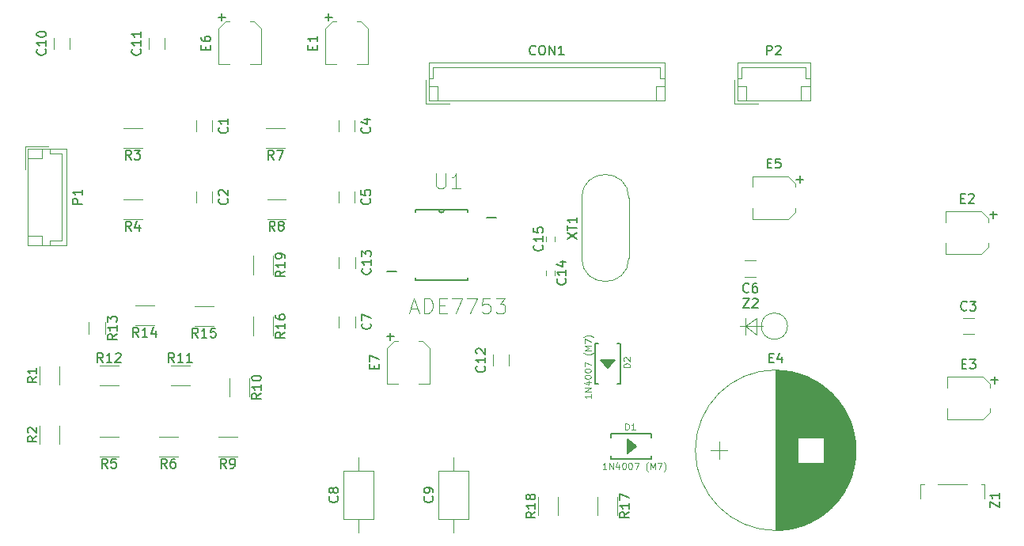
<source format=gto>
G04 #@! TF.FileFunction,Legend,Top*
%FSLAX46Y46*%
G04 Gerber Fmt 4.6, Leading zero omitted, Abs format (unit mm)*
G04 Created by KiCad (PCBNEW 4.0.7-e2-6376~58~ubuntu16.04.1) date Thu Nov 23 09:20:08 2017*
%MOMM*%
%LPD*%
G01*
G04 APERTURE LIST*
%ADD10C,0.100000*%
%ADD11C,0.120000*%
%ADD12C,0.152400*%
%ADD13C,0.127000*%
%ADD14C,0.150000*%
%ADD15C,0.050000*%
G04 APERTURE END LIST*
D10*
D11*
X115161000Y-50193000D02*
X115161000Y-51367000D01*
X113439000Y-50193000D02*
X113439000Y-51367000D01*
X115161000Y-57813000D02*
X115161000Y-58987000D01*
X113439000Y-57813000D02*
X113439000Y-58987000D01*
X195481000Y-71338500D02*
X196655000Y-71338500D01*
X195481000Y-73060500D02*
X196655000Y-73060500D01*
X130401000Y-50193000D02*
X130401000Y-51367000D01*
X128679000Y-50193000D02*
X128679000Y-51367000D01*
X130401000Y-57813000D02*
X130401000Y-58987000D01*
X128679000Y-57813000D02*
X128679000Y-58987000D01*
X173327000Y-66901000D02*
X172153000Y-66901000D01*
X173327000Y-65179000D02*
X172153000Y-65179000D01*
X130464500Y-71148000D02*
X130464500Y-72322000D01*
X128742500Y-71148000D02*
X128742500Y-72322000D01*
X129200000Y-92860000D02*
X132420000Y-92860000D01*
X132420000Y-92860000D02*
X132420000Y-87640000D01*
X132420000Y-87640000D02*
X129200000Y-87640000D01*
X129200000Y-87640000D02*
X129200000Y-92860000D01*
X130810000Y-94270000D02*
X130810000Y-92860000D01*
X130810000Y-86230000D02*
X130810000Y-87640000D01*
X139360000Y-92860000D02*
X142580000Y-92860000D01*
X142580000Y-92860000D02*
X142580000Y-87640000D01*
X142580000Y-87640000D02*
X139360000Y-87640000D01*
X139360000Y-87640000D02*
X139360000Y-92860000D01*
X140970000Y-94270000D02*
X140970000Y-92860000D01*
X140970000Y-86230000D02*
X140970000Y-87640000D01*
X98199000Y-42517000D02*
X98199000Y-41343000D01*
X99921000Y-42517000D02*
X99921000Y-41343000D01*
X108359000Y-42517000D02*
X108359000Y-41343000D01*
X110081000Y-42517000D02*
X110081000Y-41343000D01*
X145189000Y-76426000D02*
X145189000Y-75252000D01*
X146911000Y-76426000D02*
X146911000Y-75252000D01*
X130464500Y-64798000D02*
X130464500Y-65972000D01*
X128742500Y-64798000D02*
X128742500Y-65972000D01*
X151790500Y-66734500D02*
X151790500Y-66234500D01*
X150850500Y-66234500D02*
X150850500Y-66734500D01*
X150914000Y-62615000D02*
X150914000Y-63115000D01*
X151854000Y-63115000D02*
X151854000Y-62615000D01*
X138320000Y-43970000D02*
X138320000Y-48070000D01*
X138320000Y-48070000D02*
X163620000Y-48070000D01*
X163620000Y-48070000D02*
X163620000Y-43970000D01*
X163620000Y-43970000D02*
X138320000Y-43970000D01*
X138320000Y-45720000D02*
X138820000Y-45720000D01*
X138820000Y-45720000D02*
X138820000Y-44470000D01*
X138820000Y-44470000D02*
X163120000Y-44470000D01*
X163120000Y-44470000D02*
X163120000Y-45720000D01*
X163120000Y-45720000D02*
X163620000Y-45720000D01*
X138320000Y-46570000D02*
X139320000Y-46570000D01*
X139320000Y-46570000D02*
X139320000Y-48070000D01*
X163620000Y-46570000D02*
X162620000Y-46570000D01*
X162620000Y-46570000D02*
X162620000Y-48070000D01*
X138020000Y-45870000D02*
X138020000Y-48370000D01*
X138020000Y-48370000D02*
X140520000Y-48370000D01*
X131840000Y-44200000D02*
X130670000Y-44200000D01*
X127270000Y-44200000D02*
X128440000Y-44200000D01*
X128030000Y-39620000D02*
X128440000Y-39620000D01*
X131080000Y-39620000D02*
X130670000Y-39620000D01*
X131840000Y-40390000D02*
X131840000Y-44200000D01*
X131840000Y-40390000D02*
X131080000Y-39620000D01*
X127270000Y-40390000D02*
X127270000Y-44200000D01*
X127270000Y-40390000D02*
X128030000Y-39620000D01*
X193671000Y-64466500D02*
X193671000Y-63296500D01*
X193671000Y-59896500D02*
X193671000Y-61066500D01*
X198251000Y-60656500D02*
X198251000Y-61066500D01*
X198251000Y-63706500D02*
X198251000Y-63296500D01*
X197481000Y-64466500D02*
X193671000Y-64466500D01*
X197481000Y-64466500D02*
X198251000Y-63706500D01*
X197481000Y-59896500D02*
X193671000Y-59896500D01*
X197481000Y-59896500D02*
X198251000Y-60656500D01*
X193798000Y-82183000D02*
X193798000Y-81013000D01*
X193798000Y-77613000D02*
X193798000Y-78783000D01*
X198378000Y-78373000D02*
X198378000Y-78783000D01*
X198378000Y-81423000D02*
X198378000Y-81013000D01*
X197608000Y-82183000D02*
X193798000Y-82183000D01*
X197608000Y-82183000D02*
X198378000Y-81423000D01*
X197608000Y-77613000D02*
X193798000Y-77613000D01*
X197608000Y-77613000D02*
X198378000Y-78373000D01*
X172970000Y-60720000D02*
X172970000Y-59550000D01*
X172970000Y-56150000D02*
X172970000Y-57320000D01*
X177550000Y-56910000D02*
X177550000Y-57320000D01*
X177550000Y-59960000D02*
X177550000Y-59550000D01*
X176780000Y-60720000D02*
X172970000Y-60720000D01*
X176780000Y-60720000D02*
X177550000Y-59960000D01*
X176780000Y-56150000D02*
X172970000Y-56150000D01*
X176780000Y-56150000D02*
X177550000Y-56910000D01*
X120410000Y-44200000D02*
X119240000Y-44200000D01*
X115840000Y-44200000D02*
X117010000Y-44200000D01*
X116600000Y-39620000D02*
X117010000Y-39620000D01*
X119650000Y-39620000D02*
X119240000Y-39620000D01*
X120410000Y-40390000D02*
X120410000Y-44200000D01*
X120410000Y-40390000D02*
X119650000Y-39620000D01*
X115840000Y-40390000D02*
X115840000Y-44200000D01*
X115840000Y-40390000D02*
X116600000Y-39620000D01*
X138444000Y-78363000D02*
X137274000Y-78363000D01*
X133874000Y-78363000D02*
X135044000Y-78363000D01*
X134634000Y-73783000D02*
X135044000Y-73783000D01*
X137684000Y-73783000D02*
X137274000Y-73783000D01*
X138444000Y-74553000D02*
X138444000Y-78363000D01*
X138444000Y-74553000D02*
X137684000Y-73783000D01*
X133874000Y-74553000D02*
X133874000Y-78363000D01*
X133874000Y-74553000D02*
X134634000Y-73783000D01*
X99540000Y-53230000D02*
X95440000Y-53230000D01*
X95440000Y-53230000D02*
X95440000Y-63530000D01*
X95440000Y-63530000D02*
X99540000Y-63530000D01*
X99540000Y-63530000D02*
X99540000Y-53230000D01*
X97790000Y-53230000D02*
X97790000Y-53730000D01*
X97790000Y-53730000D02*
X99040000Y-53730000D01*
X99040000Y-53730000D02*
X99040000Y-63030000D01*
X99040000Y-63030000D02*
X97790000Y-63030000D01*
X97790000Y-63030000D02*
X97790000Y-63530000D01*
X96940000Y-53230000D02*
X96940000Y-54230000D01*
X96940000Y-54230000D02*
X95440000Y-54230000D01*
X96940000Y-63530000D02*
X96940000Y-62530000D01*
X96940000Y-62530000D02*
X95440000Y-62530000D01*
X97640000Y-52930000D02*
X95140000Y-52930000D01*
X95140000Y-52930000D02*
X95140000Y-55430000D01*
X171340000Y-43970000D02*
X171340000Y-48070000D01*
X171340000Y-48070000D02*
X179140000Y-48070000D01*
X179140000Y-48070000D02*
X179140000Y-43970000D01*
X179140000Y-43970000D02*
X171340000Y-43970000D01*
X171340000Y-45720000D02*
X171840000Y-45720000D01*
X171840000Y-45720000D02*
X171840000Y-44470000D01*
X171840000Y-44470000D02*
X178640000Y-44470000D01*
X178640000Y-44470000D02*
X178640000Y-45720000D01*
X178640000Y-45720000D02*
X179140000Y-45720000D01*
X171340000Y-46570000D02*
X172340000Y-46570000D01*
X172340000Y-46570000D02*
X172340000Y-48070000D01*
X179140000Y-46570000D02*
X178140000Y-46570000D01*
X178140000Y-46570000D02*
X178140000Y-48070000D01*
X171040000Y-45870000D02*
X171040000Y-48370000D01*
X171040000Y-48370000D02*
X173540000Y-48370000D01*
X98860000Y-76470000D02*
X98860000Y-78470000D01*
X96720000Y-78470000D02*
X96720000Y-76470000D01*
X98860000Y-82820000D02*
X98860000Y-84820000D01*
X96720000Y-84820000D02*
X96720000Y-82820000D01*
X105680000Y-51000000D02*
X107680000Y-51000000D01*
X107680000Y-53140000D02*
X105680000Y-53140000D01*
X105680000Y-58620000D02*
X107680000Y-58620000D01*
X107680000Y-60760000D02*
X105680000Y-60760000D01*
X103140000Y-84020000D02*
X105140000Y-84020000D01*
X105140000Y-86160000D02*
X103140000Y-86160000D01*
X109490000Y-84020000D02*
X111490000Y-84020000D01*
X111490000Y-86160000D02*
X109490000Y-86160000D01*
X120920000Y-51000000D02*
X122920000Y-51000000D01*
X122920000Y-53140000D02*
X120920000Y-53140000D01*
X121047000Y-58620000D02*
X123047000Y-58620000D01*
X123047000Y-60760000D02*
X121047000Y-60760000D01*
X115840000Y-84020000D02*
X117840000Y-84020000D01*
X117840000Y-86160000D02*
X115840000Y-86160000D01*
X117040000Y-79740000D02*
X117040000Y-77740000D01*
X119180000Y-77740000D02*
X119180000Y-79740000D01*
X112760000Y-78540000D02*
X110760000Y-78540000D01*
X110760000Y-76400000D02*
X112760000Y-76400000D01*
X105140000Y-78540000D02*
X103140000Y-78540000D01*
X103140000Y-76400000D02*
X105140000Y-76400000D01*
X101990000Y-72990000D02*
X101990000Y-71790000D01*
X103750000Y-71790000D02*
X103750000Y-72990000D01*
X106950000Y-69986500D02*
X108950000Y-69986500D01*
X108950000Y-72126500D02*
X106950000Y-72126500D01*
X113300000Y-70050000D02*
X115300000Y-70050000D01*
X115300000Y-72190000D02*
X113300000Y-72190000D01*
X119580000Y-73199500D02*
X119580000Y-71199500D01*
X121720000Y-71199500D02*
X121720000Y-73199500D01*
X156410000Y-92440000D02*
X156410000Y-90440000D01*
X158550000Y-90440000D02*
X158550000Y-92440000D01*
X152200000Y-90440000D02*
X152200000Y-92440000D01*
X150060000Y-92440000D02*
X150060000Y-90440000D01*
X119580000Y-66659000D02*
X119580000Y-64659000D01*
X121720000Y-64659000D02*
X121720000Y-66659000D01*
D12*
X144500600Y-60553600D02*
X145516600Y-60553600D01*
X133908800Y-66370200D02*
X134924800Y-66370200D01*
X142494000Y-60020200D02*
X142494000Y-59740800D01*
X136906000Y-66979800D02*
X136906000Y-67259200D01*
X136906000Y-67259200D02*
X142494000Y-67259200D01*
X142494000Y-67259200D02*
X142494000Y-66979800D01*
X142494000Y-59740800D02*
X140004800Y-59740800D01*
X140004800Y-59740800D02*
X139395200Y-59740800D01*
X139395200Y-59740800D02*
X136906000Y-59740800D01*
X136906000Y-59740800D02*
X136906000Y-60020200D01*
X140004800Y-59740800D02*
G75*
G02X139395200Y-59740800I-304800J0D01*
G01*
D11*
X154701000Y-64895000D02*
X154701000Y-58495000D01*
X159751000Y-64895000D02*
X159751000Y-58495000D01*
X159751000Y-64895000D02*
G75*
G02X154701000Y-64895000I-2525000J0D01*
G01*
X159751000Y-58495000D02*
G75*
G03X154701000Y-58495000I-2525000J0D01*
G01*
X197423500Y-89101500D02*
X197773500Y-89101500D01*
X197773500Y-89101500D02*
X197773500Y-90601500D01*
X192773500Y-89101500D02*
X195973500Y-89101500D01*
X190973500Y-90601500D02*
X190973500Y-89101500D01*
X190973500Y-89101500D02*
X191373500Y-89101500D01*
X171653500Y-72199500D02*
X174123500Y-72199500D01*
X172190833Y-71310500D02*
X172190833Y-73088500D01*
X172190833Y-72199500D02*
X173376167Y-71310500D01*
X173376167Y-71310500D02*
X173376167Y-73088500D01*
X173376167Y-73088500D02*
X172190833Y-72199500D01*
X176733500Y-72199500D02*
G75*
G03X176733500Y-72199500I-1410000J0D01*
G01*
X184044000Y-85471000D02*
G75*
G03X184044000Y-85471000I-8590000J0D01*
G01*
X175454000Y-76921000D02*
X175454000Y-94021000D01*
X175494000Y-76921000D02*
X175494000Y-94021000D01*
X175534000Y-76921000D02*
X175534000Y-94021000D01*
X175574000Y-76921000D02*
X175574000Y-94021000D01*
X175614000Y-76922000D02*
X175614000Y-94020000D01*
X175654000Y-76923000D02*
X175654000Y-94019000D01*
X175694000Y-76924000D02*
X175694000Y-94018000D01*
X175734000Y-76925000D02*
X175734000Y-94017000D01*
X175774000Y-76926000D02*
X175774000Y-94016000D01*
X175814000Y-76928000D02*
X175814000Y-94014000D01*
X175854000Y-76930000D02*
X175854000Y-94012000D01*
X175894000Y-76932000D02*
X175894000Y-94010000D01*
X175934000Y-76934000D02*
X175934000Y-94008000D01*
X175974000Y-76936000D02*
X175974000Y-94006000D01*
X176014000Y-76939000D02*
X176014000Y-94003000D01*
X176054000Y-76941000D02*
X176054000Y-94001000D01*
X176094000Y-76944000D02*
X176094000Y-93998000D01*
X176134000Y-76947000D02*
X176134000Y-93995000D01*
X176175000Y-76951000D02*
X176175000Y-93991000D01*
X176215000Y-76954000D02*
X176215000Y-93988000D01*
X176255000Y-76958000D02*
X176255000Y-93984000D01*
X176295000Y-76962000D02*
X176295000Y-93980000D01*
X176335000Y-76966000D02*
X176335000Y-93976000D01*
X176375000Y-76970000D02*
X176375000Y-93972000D01*
X176415000Y-76974000D02*
X176415000Y-93968000D01*
X176455000Y-76979000D02*
X176455000Y-93963000D01*
X176495000Y-76984000D02*
X176495000Y-93958000D01*
X176535000Y-76989000D02*
X176535000Y-93953000D01*
X176575000Y-76994000D02*
X176575000Y-93948000D01*
X176615000Y-76999000D02*
X176615000Y-93943000D01*
X176655000Y-77005000D02*
X176655000Y-93937000D01*
X176695000Y-77010000D02*
X176695000Y-93932000D01*
X176735000Y-77016000D02*
X176735000Y-93926000D01*
X176775000Y-77023000D02*
X176775000Y-93919000D01*
X176815000Y-77029000D02*
X176815000Y-93913000D01*
X176855000Y-77035000D02*
X176855000Y-93907000D01*
X176895000Y-77042000D02*
X176895000Y-93900000D01*
X176935000Y-77049000D02*
X176935000Y-93893000D01*
X176975000Y-77056000D02*
X176975000Y-93886000D01*
X177015000Y-77063000D02*
X177015000Y-93879000D01*
X177055000Y-77071000D02*
X177055000Y-93871000D01*
X177095000Y-77079000D02*
X177095000Y-93863000D01*
X177135000Y-77086000D02*
X177135000Y-93856000D01*
X177175000Y-77094000D02*
X177175000Y-93848000D01*
X177215000Y-77103000D02*
X177215000Y-93839000D01*
X177255000Y-77111000D02*
X177255000Y-93831000D01*
X177295000Y-77120000D02*
X177295000Y-93822000D01*
X177335000Y-77129000D02*
X177335000Y-93813000D01*
X177375000Y-77138000D02*
X177375000Y-93804000D01*
X177415000Y-77147000D02*
X177415000Y-93795000D01*
X177455000Y-77157000D02*
X177455000Y-93785000D01*
X177495000Y-77166000D02*
X177495000Y-93776000D01*
X177535000Y-77176000D02*
X177535000Y-93766000D01*
X177575000Y-77186000D02*
X177575000Y-93756000D01*
X177615000Y-77197000D02*
X177615000Y-93745000D01*
X177655000Y-77207000D02*
X177655000Y-93735000D01*
X177695000Y-77218000D02*
X177695000Y-93724000D01*
X177735000Y-77229000D02*
X177735000Y-93713000D01*
X177775000Y-77240000D02*
X177775000Y-93702000D01*
X177815000Y-77251000D02*
X177815000Y-93691000D01*
X177855000Y-77263000D02*
X177855000Y-84091000D01*
X177855000Y-86851000D02*
X177855000Y-93679000D01*
X177895000Y-77274000D02*
X177895000Y-84091000D01*
X177895000Y-86851000D02*
X177895000Y-93668000D01*
X177935000Y-77286000D02*
X177935000Y-84091000D01*
X177935000Y-86851000D02*
X177935000Y-93656000D01*
X177975000Y-77298000D02*
X177975000Y-84091000D01*
X177975000Y-86851000D02*
X177975000Y-93644000D01*
X178015000Y-77311000D02*
X178015000Y-84091000D01*
X178015000Y-86851000D02*
X178015000Y-93631000D01*
X178055000Y-77323000D02*
X178055000Y-84091000D01*
X178055000Y-86851000D02*
X178055000Y-93619000D01*
X178095000Y-77336000D02*
X178095000Y-84091000D01*
X178095000Y-86851000D02*
X178095000Y-93606000D01*
X178135000Y-77349000D02*
X178135000Y-84091000D01*
X178135000Y-86851000D02*
X178135000Y-93593000D01*
X178175000Y-77363000D02*
X178175000Y-84091000D01*
X178175000Y-86851000D02*
X178175000Y-93579000D01*
X178215000Y-77376000D02*
X178215000Y-84091000D01*
X178215000Y-86851000D02*
X178215000Y-93566000D01*
X178255000Y-77390000D02*
X178255000Y-84091000D01*
X178255000Y-86851000D02*
X178255000Y-93552000D01*
X178295000Y-77404000D02*
X178295000Y-84091000D01*
X178295000Y-86851000D02*
X178295000Y-93538000D01*
X178335000Y-77418000D02*
X178335000Y-84091000D01*
X178335000Y-86851000D02*
X178335000Y-93524000D01*
X178375000Y-77432000D02*
X178375000Y-84091000D01*
X178375000Y-86851000D02*
X178375000Y-93510000D01*
X178415000Y-77447000D02*
X178415000Y-84091000D01*
X178415000Y-86851000D02*
X178415000Y-93495000D01*
X178455000Y-77461000D02*
X178455000Y-84091000D01*
X178455000Y-86851000D02*
X178455000Y-93481000D01*
X178495000Y-77476000D02*
X178495000Y-84091000D01*
X178495000Y-86851000D02*
X178495000Y-93466000D01*
X178535000Y-77492000D02*
X178535000Y-84091000D01*
X178535000Y-86851000D02*
X178535000Y-93450000D01*
X178575000Y-77507000D02*
X178575000Y-84091000D01*
X178575000Y-86851000D02*
X178575000Y-93435000D01*
X178615000Y-77523000D02*
X178615000Y-84091000D01*
X178615000Y-86851000D02*
X178615000Y-93419000D01*
X178655000Y-77539000D02*
X178655000Y-84091000D01*
X178655000Y-86851000D02*
X178655000Y-93403000D01*
X178695000Y-77555000D02*
X178695000Y-84091000D01*
X178695000Y-86851000D02*
X178695000Y-93387000D01*
X178735000Y-77571000D02*
X178735000Y-84091000D01*
X178735000Y-86851000D02*
X178735000Y-93371000D01*
X178775000Y-77588000D02*
X178775000Y-84091000D01*
X178775000Y-86851000D02*
X178775000Y-93354000D01*
X178815000Y-77605000D02*
X178815000Y-84091000D01*
X178815000Y-86851000D02*
X178815000Y-93337000D01*
X178855000Y-77622000D02*
X178855000Y-84091000D01*
X178855000Y-86851000D02*
X178855000Y-93320000D01*
X178895000Y-77639000D02*
X178895000Y-84091000D01*
X178895000Y-86851000D02*
X178895000Y-93303000D01*
X178935000Y-77657000D02*
X178935000Y-84091000D01*
X178935000Y-86851000D02*
X178935000Y-93285000D01*
X178975000Y-77675000D02*
X178975000Y-84091000D01*
X178975000Y-86851000D02*
X178975000Y-93267000D01*
X179015000Y-77693000D02*
X179015000Y-84091000D01*
X179015000Y-86851000D02*
X179015000Y-93249000D01*
X179055000Y-77711000D02*
X179055000Y-84091000D01*
X179055000Y-86851000D02*
X179055000Y-93231000D01*
X179095000Y-77730000D02*
X179095000Y-84091000D01*
X179095000Y-86851000D02*
X179095000Y-93212000D01*
X179135000Y-77749000D02*
X179135000Y-84091000D01*
X179135000Y-86851000D02*
X179135000Y-93193000D01*
X179175000Y-77768000D02*
X179175000Y-84091000D01*
X179175000Y-86851000D02*
X179175000Y-93174000D01*
X179215000Y-77787000D02*
X179215000Y-84091000D01*
X179215000Y-86851000D02*
X179215000Y-93155000D01*
X179255000Y-77807000D02*
X179255000Y-84091000D01*
X179255000Y-86851000D02*
X179255000Y-93135000D01*
X179295000Y-77827000D02*
X179295000Y-84091000D01*
X179295000Y-86851000D02*
X179295000Y-93115000D01*
X179335000Y-77847000D02*
X179335000Y-84091000D01*
X179335000Y-86851000D02*
X179335000Y-93095000D01*
X179375000Y-77867000D02*
X179375000Y-84091000D01*
X179375000Y-86851000D02*
X179375000Y-93075000D01*
X179415000Y-77888000D02*
X179415000Y-84091000D01*
X179415000Y-86851000D02*
X179415000Y-93054000D01*
X179455000Y-77909000D02*
X179455000Y-84091000D01*
X179455000Y-86851000D02*
X179455000Y-93033000D01*
X179495000Y-77930000D02*
X179495000Y-84091000D01*
X179495000Y-86851000D02*
X179495000Y-93012000D01*
X179535000Y-77951000D02*
X179535000Y-84091000D01*
X179535000Y-86851000D02*
X179535000Y-92991000D01*
X179575000Y-77973000D02*
X179575000Y-84091000D01*
X179575000Y-86851000D02*
X179575000Y-92969000D01*
X179615000Y-77995000D02*
X179615000Y-84091000D01*
X179615000Y-86851000D02*
X179615000Y-92947000D01*
X179655000Y-78017000D02*
X179655000Y-84091000D01*
X179655000Y-86851000D02*
X179655000Y-92925000D01*
X179695000Y-78040000D02*
X179695000Y-84091000D01*
X179695000Y-86851000D02*
X179695000Y-92902000D01*
X179735000Y-78063000D02*
X179735000Y-84091000D01*
X179735000Y-86851000D02*
X179735000Y-92879000D01*
X179775000Y-78086000D02*
X179775000Y-84091000D01*
X179775000Y-86851000D02*
X179775000Y-92856000D01*
X179815000Y-78109000D02*
X179815000Y-84091000D01*
X179815000Y-86851000D02*
X179815000Y-92833000D01*
X179855000Y-78133000D02*
X179855000Y-84091000D01*
X179855000Y-86851000D02*
X179855000Y-92809000D01*
X179895000Y-78157000D02*
X179895000Y-84091000D01*
X179895000Y-86851000D02*
X179895000Y-92785000D01*
X179935000Y-78181000D02*
X179935000Y-84091000D01*
X179935000Y-86851000D02*
X179935000Y-92761000D01*
X179975000Y-78206000D02*
X179975000Y-84091000D01*
X179975000Y-86851000D02*
X179975000Y-92736000D01*
X180015000Y-78231000D02*
X180015000Y-84091000D01*
X180015000Y-86851000D02*
X180015000Y-92711000D01*
X180055000Y-78256000D02*
X180055000Y-84091000D01*
X180055000Y-86851000D02*
X180055000Y-92686000D01*
X180095000Y-78281000D02*
X180095000Y-84091000D01*
X180095000Y-86851000D02*
X180095000Y-92661000D01*
X180135000Y-78307000D02*
X180135000Y-84091000D01*
X180135000Y-86851000D02*
X180135000Y-92635000D01*
X180175000Y-78333000D02*
X180175000Y-84091000D01*
X180175000Y-86851000D02*
X180175000Y-92609000D01*
X180215000Y-78360000D02*
X180215000Y-84091000D01*
X180215000Y-86851000D02*
X180215000Y-92582000D01*
X180255000Y-78387000D02*
X180255000Y-84091000D01*
X180255000Y-86851000D02*
X180255000Y-92555000D01*
X180295000Y-78414000D02*
X180295000Y-84091000D01*
X180295000Y-86851000D02*
X180295000Y-92528000D01*
X180335000Y-78441000D02*
X180335000Y-84091000D01*
X180335000Y-86851000D02*
X180335000Y-92501000D01*
X180375000Y-78469000D02*
X180375000Y-84091000D01*
X180375000Y-86851000D02*
X180375000Y-92473000D01*
X180415000Y-78497000D02*
X180415000Y-84091000D01*
X180415000Y-86851000D02*
X180415000Y-92445000D01*
X180455000Y-78526000D02*
X180455000Y-84091000D01*
X180455000Y-86851000D02*
X180455000Y-92416000D01*
X180495000Y-78554000D02*
X180495000Y-84091000D01*
X180495000Y-86851000D02*
X180495000Y-92388000D01*
X180535000Y-78584000D02*
X180535000Y-84091000D01*
X180535000Y-86851000D02*
X180535000Y-92358000D01*
X180575000Y-78613000D02*
X180575000Y-84091000D01*
X180575000Y-86851000D02*
X180575000Y-92329000D01*
X180615000Y-78643000D02*
X180615000Y-92299000D01*
X180655000Y-78673000D02*
X180655000Y-92269000D01*
X180695000Y-78704000D02*
X180695000Y-92238000D01*
X180735000Y-78735000D02*
X180735000Y-92207000D01*
X180775000Y-78766000D02*
X180775000Y-92176000D01*
X180815000Y-78798000D02*
X180815000Y-92144000D01*
X180855000Y-78830000D02*
X180855000Y-92112000D01*
X180895000Y-78863000D02*
X180895000Y-92079000D01*
X180935000Y-78896000D02*
X180935000Y-92046000D01*
X180975000Y-78929000D02*
X180975000Y-92013000D01*
X181015000Y-78963000D02*
X181015000Y-91979000D01*
X181055000Y-78997000D02*
X181055000Y-91945000D01*
X181095000Y-79031000D02*
X181095000Y-91911000D01*
X181135000Y-79066000D02*
X181135000Y-91876000D01*
X181175000Y-79102000D02*
X181175000Y-91840000D01*
X181215000Y-79138000D02*
X181215000Y-91804000D01*
X181255000Y-79174000D02*
X181255000Y-91768000D01*
X181295000Y-79211000D02*
X181295000Y-91731000D01*
X181335000Y-79248000D02*
X181335000Y-91694000D01*
X181375000Y-79286000D02*
X181375000Y-91656000D01*
X181415000Y-79325000D02*
X181415000Y-91617000D01*
X181455000Y-79363000D02*
X181455000Y-91579000D01*
X181495000Y-79403000D02*
X181495000Y-91539000D01*
X181535000Y-79442000D02*
X181535000Y-91500000D01*
X181575000Y-79483000D02*
X181575000Y-91459000D01*
X181615000Y-79524000D02*
X181615000Y-91418000D01*
X181655000Y-79565000D02*
X181655000Y-91377000D01*
X181695000Y-79607000D02*
X181695000Y-91335000D01*
X181735000Y-79650000D02*
X181735000Y-91292000D01*
X181775000Y-79693000D02*
X181775000Y-91249000D01*
X181815000Y-79737000D02*
X181815000Y-91205000D01*
X181855000Y-79781000D02*
X181855000Y-91161000D01*
X181895000Y-79826000D02*
X181895000Y-91116000D01*
X181935000Y-79872000D02*
X181935000Y-91070000D01*
X181975000Y-79918000D02*
X181975000Y-91024000D01*
X182015000Y-79965000D02*
X182015000Y-90977000D01*
X182055000Y-80012000D02*
X182055000Y-90930000D01*
X182095000Y-80061000D02*
X182095000Y-90881000D01*
X182135000Y-80110000D02*
X182135000Y-90832000D01*
X182175000Y-80160000D02*
X182175000Y-90782000D01*
X182215000Y-80210000D02*
X182215000Y-90732000D01*
X182255000Y-80262000D02*
X182255000Y-90680000D01*
X182295000Y-80314000D02*
X182295000Y-90628000D01*
X182335000Y-80367000D02*
X182335000Y-90575000D01*
X182375000Y-80421000D02*
X182375000Y-90521000D01*
X182415000Y-80476000D02*
X182415000Y-90466000D01*
X182455000Y-80532000D02*
X182455000Y-90410000D01*
X182495000Y-80588000D02*
X182495000Y-90354000D01*
X182535000Y-80646000D02*
X182535000Y-90296000D01*
X182575000Y-80705000D02*
X182575000Y-90237000D01*
X182615000Y-80765000D02*
X182615000Y-90177000D01*
X182655000Y-80826000D02*
X182655000Y-90116000D01*
X182695000Y-80888000D02*
X182695000Y-90054000D01*
X182735000Y-80951000D02*
X182735000Y-89991000D01*
X182775000Y-81015000D02*
X182775000Y-89927000D01*
X182815000Y-81081000D02*
X182815000Y-89861000D01*
X182855000Y-81148000D02*
X182855000Y-89794000D01*
X182895000Y-81217000D02*
X182895000Y-89725000D01*
X182935000Y-81287000D02*
X182935000Y-89655000D01*
X182975000Y-81359000D02*
X182975000Y-89583000D01*
X183015000Y-81432000D02*
X183015000Y-89510000D01*
X183055000Y-81507000D02*
X183055000Y-89435000D01*
X183095000Y-81584000D02*
X183095000Y-89358000D01*
X183135000Y-81663000D02*
X183135000Y-89279000D01*
X183175000Y-81744000D02*
X183175000Y-89198000D01*
X183215000Y-81827000D02*
X183215000Y-89115000D01*
X183255000Y-81912000D02*
X183255000Y-89030000D01*
X183295000Y-82000000D02*
X183295000Y-88942000D01*
X183335000Y-82091000D02*
X183335000Y-88851000D01*
X183375000Y-82185000D02*
X183375000Y-88757000D01*
X183415000Y-82281000D02*
X183415000Y-88661000D01*
X183455000Y-82382000D02*
X183455000Y-88560000D01*
X183495000Y-82486000D02*
X183495000Y-88456000D01*
X183535000Y-82595000D02*
X183535000Y-88347000D01*
X183575000Y-82708000D02*
X183575000Y-88234000D01*
X183615000Y-82827000D02*
X183615000Y-88115000D01*
X183654000Y-82952000D02*
X183654000Y-87990000D01*
X183694000Y-83083000D02*
X183694000Y-87859000D01*
X183734000Y-83224000D02*
X183734000Y-87718000D01*
X183774000Y-83374000D02*
X183774000Y-87568000D01*
X183814000Y-83536000D02*
X183814000Y-87406000D01*
X183854000Y-83714000D02*
X183854000Y-87228000D01*
X183894000Y-83912000D02*
X183894000Y-87030000D01*
X183934000Y-84140000D02*
X183934000Y-86802000D01*
X183974000Y-84416000D02*
X183974000Y-86526000D01*
X184014000Y-84793000D02*
X184014000Y-86149000D01*
X168504000Y-85471000D02*
X170304000Y-85471000D01*
X169404000Y-84571000D02*
X169404000Y-86371000D01*
D13*
G36*
X158242000Y-75819000D02*
X157480000Y-76708000D01*
X156718000Y-75819000D01*
X158242000Y-75819000D01*
G37*
X158242000Y-75819000D02*
X157480000Y-76708000D01*
X156718000Y-75819000D01*
X158242000Y-75819000D01*
X158830000Y-74055000D02*
X158830000Y-78345000D01*
X156130000Y-78345000D02*
X156130000Y-74055000D01*
X158780000Y-78350000D02*
X158480000Y-78350000D01*
X156180000Y-78350000D02*
X156480000Y-78350000D01*
X156180000Y-74050000D02*
X156480000Y-74050000D01*
X158780000Y-74050000D02*
X158480000Y-74050000D01*
G36*
X159639000Y-84328000D02*
X160528000Y-85090000D01*
X159639000Y-85852000D01*
X159639000Y-84328000D01*
G37*
X159639000Y-84328000D02*
X160528000Y-85090000D01*
X159639000Y-85852000D01*
X159639000Y-84328000D01*
X157875000Y-83740000D02*
X162165000Y-83740000D01*
X162165000Y-86440000D02*
X157875000Y-86440000D01*
X162170000Y-83790000D02*
X162170000Y-84090000D01*
X162170000Y-86390000D02*
X162170000Y-86090000D01*
X157870000Y-86390000D02*
X157870000Y-86090000D01*
X157870000Y-83790000D02*
X157870000Y-84090000D01*
D14*
X116767143Y-50946666D02*
X116814762Y-50994285D01*
X116862381Y-51137142D01*
X116862381Y-51232380D01*
X116814762Y-51375238D01*
X116719524Y-51470476D01*
X116624286Y-51518095D01*
X116433810Y-51565714D01*
X116290952Y-51565714D01*
X116100476Y-51518095D01*
X116005238Y-51470476D01*
X115910000Y-51375238D01*
X115862381Y-51232380D01*
X115862381Y-51137142D01*
X115910000Y-50994285D01*
X115957619Y-50946666D01*
X116862381Y-49994285D02*
X116862381Y-50565714D01*
X116862381Y-50280000D02*
X115862381Y-50280000D01*
X116005238Y-50375238D01*
X116100476Y-50470476D01*
X116148095Y-50565714D01*
X116767143Y-58566666D02*
X116814762Y-58614285D01*
X116862381Y-58757142D01*
X116862381Y-58852380D01*
X116814762Y-58995238D01*
X116719524Y-59090476D01*
X116624286Y-59138095D01*
X116433810Y-59185714D01*
X116290952Y-59185714D01*
X116100476Y-59138095D01*
X116005238Y-59090476D01*
X115910000Y-58995238D01*
X115862381Y-58852380D01*
X115862381Y-58757142D01*
X115910000Y-58614285D01*
X115957619Y-58566666D01*
X115957619Y-58185714D02*
X115910000Y-58138095D01*
X115862381Y-58042857D01*
X115862381Y-57804761D01*
X115910000Y-57709523D01*
X115957619Y-57661904D01*
X116052857Y-57614285D01*
X116148095Y-57614285D01*
X116290952Y-57661904D01*
X116862381Y-58233333D01*
X116862381Y-57614285D01*
X195901334Y-70446643D02*
X195853715Y-70494262D01*
X195710858Y-70541881D01*
X195615620Y-70541881D01*
X195472762Y-70494262D01*
X195377524Y-70399024D01*
X195329905Y-70303786D01*
X195282286Y-70113310D01*
X195282286Y-69970452D01*
X195329905Y-69779976D01*
X195377524Y-69684738D01*
X195472762Y-69589500D01*
X195615620Y-69541881D01*
X195710858Y-69541881D01*
X195853715Y-69589500D01*
X195901334Y-69637119D01*
X196234667Y-69541881D02*
X196853715Y-69541881D01*
X196520381Y-69922833D01*
X196663239Y-69922833D01*
X196758477Y-69970452D01*
X196806096Y-70018071D01*
X196853715Y-70113310D01*
X196853715Y-70351405D01*
X196806096Y-70446643D01*
X196758477Y-70494262D01*
X196663239Y-70541881D01*
X196377524Y-70541881D01*
X196282286Y-70494262D01*
X196234667Y-70446643D01*
X132007143Y-50946666D02*
X132054762Y-50994285D01*
X132102381Y-51137142D01*
X132102381Y-51232380D01*
X132054762Y-51375238D01*
X131959524Y-51470476D01*
X131864286Y-51518095D01*
X131673810Y-51565714D01*
X131530952Y-51565714D01*
X131340476Y-51518095D01*
X131245238Y-51470476D01*
X131150000Y-51375238D01*
X131102381Y-51232380D01*
X131102381Y-51137142D01*
X131150000Y-50994285D01*
X131197619Y-50946666D01*
X131435714Y-50089523D02*
X132102381Y-50089523D01*
X131054762Y-50327619D02*
X131769048Y-50565714D01*
X131769048Y-49946666D01*
X132007143Y-58566666D02*
X132054762Y-58614285D01*
X132102381Y-58757142D01*
X132102381Y-58852380D01*
X132054762Y-58995238D01*
X131959524Y-59090476D01*
X131864286Y-59138095D01*
X131673810Y-59185714D01*
X131530952Y-59185714D01*
X131340476Y-59138095D01*
X131245238Y-59090476D01*
X131150000Y-58995238D01*
X131102381Y-58852380D01*
X131102381Y-58757142D01*
X131150000Y-58614285D01*
X131197619Y-58566666D01*
X131102381Y-57661904D02*
X131102381Y-58138095D01*
X131578571Y-58185714D01*
X131530952Y-58138095D01*
X131483333Y-58042857D01*
X131483333Y-57804761D01*
X131530952Y-57709523D01*
X131578571Y-57661904D01*
X131673810Y-57614285D01*
X131911905Y-57614285D01*
X132007143Y-57661904D01*
X132054762Y-57709523D01*
X132102381Y-57804761D01*
X132102381Y-58042857D01*
X132054762Y-58138095D01*
X132007143Y-58185714D01*
X172573334Y-68507143D02*
X172525715Y-68554762D01*
X172382858Y-68602381D01*
X172287620Y-68602381D01*
X172144762Y-68554762D01*
X172049524Y-68459524D01*
X172001905Y-68364286D01*
X171954286Y-68173810D01*
X171954286Y-68030952D01*
X172001905Y-67840476D01*
X172049524Y-67745238D01*
X172144762Y-67650000D01*
X172287620Y-67602381D01*
X172382858Y-67602381D01*
X172525715Y-67650000D01*
X172573334Y-67697619D01*
X173430477Y-67602381D02*
X173240000Y-67602381D01*
X173144762Y-67650000D01*
X173097143Y-67697619D01*
X173001905Y-67840476D01*
X172954286Y-68030952D01*
X172954286Y-68411905D01*
X173001905Y-68507143D01*
X173049524Y-68554762D01*
X173144762Y-68602381D01*
X173335239Y-68602381D01*
X173430477Y-68554762D01*
X173478096Y-68507143D01*
X173525715Y-68411905D01*
X173525715Y-68173810D01*
X173478096Y-68078571D01*
X173430477Y-68030952D01*
X173335239Y-67983333D01*
X173144762Y-67983333D01*
X173049524Y-68030952D01*
X173001905Y-68078571D01*
X172954286Y-68173810D01*
X132070643Y-71901666D02*
X132118262Y-71949285D01*
X132165881Y-72092142D01*
X132165881Y-72187380D01*
X132118262Y-72330238D01*
X132023024Y-72425476D01*
X131927786Y-72473095D01*
X131737310Y-72520714D01*
X131594452Y-72520714D01*
X131403976Y-72473095D01*
X131308738Y-72425476D01*
X131213500Y-72330238D01*
X131165881Y-72187380D01*
X131165881Y-72092142D01*
X131213500Y-71949285D01*
X131261119Y-71901666D01*
X131165881Y-71568333D02*
X131165881Y-70901666D01*
X132165881Y-71330238D01*
X128557143Y-90416666D02*
X128604762Y-90464285D01*
X128652381Y-90607142D01*
X128652381Y-90702380D01*
X128604762Y-90845238D01*
X128509524Y-90940476D01*
X128414286Y-90988095D01*
X128223810Y-91035714D01*
X128080952Y-91035714D01*
X127890476Y-90988095D01*
X127795238Y-90940476D01*
X127700000Y-90845238D01*
X127652381Y-90702380D01*
X127652381Y-90607142D01*
X127700000Y-90464285D01*
X127747619Y-90416666D01*
X128080952Y-89845238D02*
X128033333Y-89940476D01*
X127985714Y-89988095D01*
X127890476Y-90035714D01*
X127842857Y-90035714D01*
X127747619Y-89988095D01*
X127700000Y-89940476D01*
X127652381Y-89845238D01*
X127652381Y-89654761D01*
X127700000Y-89559523D01*
X127747619Y-89511904D01*
X127842857Y-89464285D01*
X127890476Y-89464285D01*
X127985714Y-89511904D01*
X128033333Y-89559523D01*
X128080952Y-89654761D01*
X128080952Y-89845238D01*
X128128571Y-89940476D01*
X128176190Y-89988095D01*
X128271429Y-90035714D01*
X128461905Y-90035714D01*
X128557143Y-89988095D01*
X128604762Y-89940476D01*
X128652381Y-89845238D01*
X128652381Y-89654761D01*
X128604762Y-89559523D01*
X128557143Y-89511904D01*
X128461905Y-89464285D01*
X128271429Y-89464285D01*
X128176190Y-89511904D01*
X128128571Y-89559523D01*
X128080952Y-89654761D01*
X138717143Y-90416666D02*
X138764762Y-90464285D01*
X138812381Y-90607142D01*
X138812381Y-90702380D01*
X138764762Y-90845238D01*
X138669524Y-90940476D01*
X138574286Y-90988095D01*
X138383810Y-91035714D01*
X138240952Y-91035714D01*
X138050476Y-90988095D01*
X137955238Y-90940476D01*
X137860000Y-90845238D01*
X137812381Y-90702380D01*
X137812381Y-90607142D01*
X137860000Y-90464285D01*
X137907619Y-90416666D01*
X138812381Y-89940476D02*
X138812381Y-89750000D01*
X138764762Y-89654761D01*
X138717143Y-89607142D01*
X138574286Y-89511904D01*
X138383810Y-89464285D01*
X138002857Y-89464285D01*
X137907619Y-89511904D01*
X137860000Y-89559523D01*
X137812381Y-89654761D01*
X137812381Y-89845238D01*
X137860000Y-89940476D01*
X137907619Y-89988095D01*
X138002857Y-90035714D01*
X138240952Y-90035714D01*
X138336190Y-89988095D01*
X138383810Y-89940476D01*
X138431429Y-89845238D01*
X138431429Y-89654761D01*
X138383810Y-89559523D01*
X138336190Y-89511904D01*
X138240952Y-89464285D01*
X97307143Y-42572857D02*
X97354762Y-42620476D01*
X97402381Y-42763333D01*
X97402381Y-42858571D01*
X97354762Y-43001429D01*
X97259524Y-43096667D01*
X97164286Y-43144286D01*
X96973810Y-43191905D01*
X96830952Y-43191905D01*
X96640476Y-43144286D01*
X96545238Y-43096667D01*
X96450000Y-43001429D01*
X96402381Y-42858571D01*
X96402381Y-42763333D01*
X96450000Y-42620476D01*
X96497619Y-42572857D01*
X97402381Y-41620476D02*
X97402381Y-42191905D01*
X97402381Y-41906191D02*
X96402381Y-41906191D01*
X96545238Y-42001429D01*
X96640476Y-42096667D01*
X96688095Y-42191905D01*
X96402381Y-41001429D02*
X96402381Y-40906190D01*
X96450000Y-40810952D01*
X96497619Y-40763333D01*
X96592857Y-40715714D01*
X96783333Y-40668095D01*
X97021429Y-40668095D01*
X97211905Y-40715714D01*
X97307143Y-40763333D01*
X97354762Y-40810952D01*
X97402381Y-40906190D01*
X97402381Y-41001429D01*
X97354762Y-41096667D01*
X97307143Y-41144286D01*
X97211905Y-41191905D01*
X97021429Y-41239524D01*
X96783333Y-41239524D01*
X96592857Y-41191905D01*
X96497619Y-41144286D01*
X96450000Y-41096667D01*
X96402381Y-41001429D01*
X107467143Y-42572857D02*
X107514762Y-42620476D01*
X107562381Y-42763333D01*
X107562381Y-42858571D01*
X107514762Y-43001429D01*
X107419524Y-43096667D01*
X107324286Y-43144286D01*
X107133810Y-43191905D01*
X106990952Y-43191905D01*
X106800476Y-43144286D01*
X106705238Y-43096667D01*
X106610000Y-43001429D01*
X106562381Y-42858571D01*
X106562381Y-42763333D01*
X106610000Y-42620476D01*
X106657619Y-42572857D01*
X107562381Y-41620476D02*
X107562381Y-42191905D01*
X107562381Y-41906191D02*
X106562381Y-41906191D01*
X106705238Y-42001429D01*
X106800476Y-42096667D01*
X106848095Y-42191905D01*
X107562381Y-40668095D02*
X107562381Y-41239524D01*
X107562381Y-40953810D02*
X106562381Y-40953810D01*
X106705238Y-41049048D01*
X106800476Y-41144286D01*
X106848095Y-41239524D01*
X144297143Y-76481857D02*
X144344762Y-76529476D01*
X144392381Y-76672333D01*
X144392381Y-76767571D01*
X144344762Y-76910429D01*
X144249524Y-77005667D01*
X144154286Y-77053286D01*
X143963810Y-77100905D01*
X143820952Y-77100905D01*
X143630476Y-77053286D01*
X143535238Y-77005667D01*
X143440000Y-76910429D01*
X143392381Y-76767571D01*
X143392381Y-76672333D01*
X143440000Y-76529476D01*
X143487619Y-76481857D01*
X144392381Y-75529476D02*
X144392381Y-76100905D01*
X144392381Y-75815191D02*
X143392381Y-75815191D01*
X143535238Y-75910429D01*
X143630476Y-76005667D01*
X143678095Y-76100905D01*
X143487619Y-75148524D02*
X143440000Y-75100905D01*
X143392381Y-75005667D01*
X143392381Y-74767571D01*
X143440000Y-74672333D01*
X143487619Y-74624714D01*
X143582857Y-74577095D01*
X143678095Y-74577095D01*
X143820952Y-74624714D01*
X144392381Y-75196143D01*
X144392381Y-74577095D01*
X132070643Y-66027857D02*
X132118262Y-66075476D01*
X132165881Y-66218333D01*
X132165881Y-66313571D01*
X132118262Y-66456429D01*
X132023024Y-66551667D01*
X131927786Y-66599286D01*
X131737310Y-66646905D01*
X131594452Y-66646905D01*
X131403976Y-66599286D01*
X131308738Y-66551667D01*
X131213500Y-66456429D01*
X131165881Y-66313571D01*
X131165881Y-66218333D01*
X131213500Y-66075476D01*
X131261119Y-66027857D01*
X132165881Y-65075476D02*
X132165881Y-65646905D01*
X132165881Y-65361191D02*
X131165881Y-65361191D01*
X131308738Y-65456429D01*
X131403976Y-65551667D01*
X131451595Y-65646905D01*
X131165881Y-64742143D02*
X131165881Y-64123095D01*
X131546833Y-64456429D01*
X131546833Y-64313571D01*
X131594452Y-64218333D01*
X131642071Y-64170714D01*
X131737310Y-64123095D01*
X131975405Y-64123095D01*
X132070643Y-64170714D01*
X132118262Y-64218333D01*
X132165881Y-64313571D01*
X132165881Y-64599286D01*
X132118262Y-64694524D01*
X132070643Y-64742143D01*
X152947643Y-67127357D02*
X152995262Y-67174976D01*
X153042881Y-67317833D01*
X153042881Y-67413071D01*
X152995262Y-67555929D01*
X152900024Y-67651167D01*
X152804786Y-67698786D01*
X152614310Y-67746405D01*
X152471452Y-67746405D01*
X152280976Y-67698786D01*
X152185738Y-67651167D01*
X152090500Y-67555929D01*
X152042881Y-67413071D01*
X152042881Y-67317833D01*
X152090500Y-67174976D01*
X152138119Y-67127357D01*
X153042881Y-66174976D02*
X153042881Y-66746405D01*
X153042881Y-66460691D02*
X152042881Y-66460691D01*
X152185738Y-66555929D01*
X152280976Y-66651167D01*
X152328595Y-66746405D01*
X152376214Y-65317833D02*
X153042881Y-65317833D01*
X151995262Y-65555929D02*
X152709548Y-65794024D01*
X152709548Y-65174976D01*
X150471143Y-63507857D02*
X150518762Y-63555476D01*
X150566381Y-63698333D01*
X150566381Y-63793571D01*
X150518762Y-63936429D01*
X150423524Y-64031667D01*
X150328286Y-64079286D01*
X150137810Y-64126905D01*
X149994952Y-64126905D01*
X149804476Y-64079286D01*
X149709238Y-64031667D01*
X149614000Y-63936429D01*
X149566381Y-63793571D01*
X149566381Y-63698333D01*
X149614000Y-63555476D01*
X149661619Y-63507857D01*
X150566381Y-62555476D02*
X150566381Y-63126905D01*
X150566381Y-62841191D02*
X149566381Y-62841191D01*
X149709238Y-62936429D01*
X149804476Y-63031667D01*
X149852095Y-63126905D01*
X149566381Y-61650714D02*
X149566381Y-62126905D01*
X150042571Y-62174524D01*
X149994952Y-62126905D01*
X149947333Y-62031667D01*
X149947333Y-61793571D01*
X149994952Y-61698333D01*
X150042571Y-61650714D01*
X150137810Y-61603095D01*
X150375905Y-61603095D01*
X150471143Y-61650714D01*
X150518762Y-61698333D01*
X150566381Y-61793571D01*
X150566381Y-62031667D01*
X150518762Y-62126905D01*
X150471143Y-62174524D01*
X149755715Y-43077143D02*
X149708096Y-43124762D01*
X149565239Y-43172381D01*
X149470001Y-43172381D01*
X149327143Y-43124762D01*
X149231905Y-43029524D01*
X149184286Y-42934286D01*
X149136667Y-42743810D01*
X149136667Y-42600952D01*
X149184286Y-42410476D01*
X149231905Y-42315238D01*
X149327143Y-42220000D01*
X149470001Y-42172381D01*
X149565239Y-42172381D01*
X149708096Y-42220000D01*
X149755715Y-42267619D01*
X150374762Y-42172381D02*
X150565239Y-42172381D01*
X150660477Y-42220000D01*
X150755715Y-42315238D01*
X150803334Y-42505714D01*
X150803334Y-42839048D01*
X150755715Y-43029524D01*
X150660477Y-43124762D01*
X150565239Y-43172381D01*
X150374762Y-43172381D01*
X150279524Y-43124762D01*
X150184286Y-43029524D01*
X150136667Y-42839048D01*
X150136667Y-42505714D01*
X150184286Y-42315238D01*
X150279524Y-42220000D01*
X150374762Y-42172381D01*
X151231905Y-43172381D02*
X151231905Y-42172381D01*
X151803334Y-43172381D01*
X151803334Y-42172381D01*
X152803334Y-43172381D02*
X152231905Y-43172381D01*
X152517619Y-43172381D02*
X152517619Y-42172381D01*
X152422381Y-42315238D01*
X152327143Y-42410476D01*
X152231905Y-42458095D01*
X125888571Y-42600476D02*
X125888571Y-42267142D01*
X126412381Y-42124285D02*
X126412381Y-42600476D01*
X125412381Y-42600476D01*
X125412381Y-42124285D01*
X126412381Y-41171904D02*
X126412381Y-41743333D01*
X126412381Y-41457619D02*
X125412381Y-41457619D01*
X125555238Y-41552857D01*
X125650476Y-41648095D01*
X125698095Y-41743333D01*
X127621429Y-39510952D02*
X127621429Y-38749047D01*
X128002381Y-39129999D02*
X127240476Y-39129999D01*
X195270524Y-58515071D02*
X195603858Y-58515071D01*
X195746715Y-59038881D02*
X195270524Y-59038881D01*
X195270524Y-58038881D01*
X195746715Y-58038881D01*
X196127667Y-58134119D02*
X196175286Y-58086500D01*
X196270524Y-58038881D01*
X196508620Y-58038881D01*
X196603858Y-58086500D01*
X196651477Y-58134119D01*
X196699096Y-58229357D01*
X196699096Y-58324595D01*
X196651477Y-58467452D01*
X196080048Y-59038881D01*
X196699096Y-59038881D01*
X198360048Y-60247929D02*
X199121953Y-60247929D01*
X198741001Y-60628881D02*
X198741001Y-59866976D01*
X195397524Y-76231571D02*
X195730858Y-76231571D01*
X195873715Y-76755381D02*
X195397524Y-76755381D01*
X195397524Y-75755381D01*
X195873715Y-75755381D01*
X196207048Y-75755381D02*
X196826096Y-75755381D01*
X196492762Y-76136333D01*
X196635620Y-76136333D01*
X196730858Y-76183952D01*
X196778477Y-76231571D01*
X196826096Y-76326810D01*
X196826096Y-76564905D01*
X196778477Y-76660143D01*
X196730858Y-76707762D01*
X196635620Y-76755381D01*
X196349905Y-76755381D01*
X196254667Y-76707762D01*
X196207048Y-76660143D01*
X198487048Y-77964429D02*
X199248953Y-77964429D01*
X198868001Y-78345381D02*
X198868001Y-77583476D01*
X174569524Y-54768571D02*
X174902858Y-54768571D01*
X175045715Y-55292381D02*
X174569524Y-55292381D01*
X174569524Y-54292381D01*
X175045715Y-54292381D01*
X175950477Y-54292381D02*
X175474286Y-54292381D01*
X175426667Y-54768571D01*
X175474286Y-54720952D01*
X175569524Y-54673333D01*
X175807620Y-54673333D01*
X175902858Y-54720952D01*
X175950477Y-54768571D01*
X175998096Y-54863810D01*
X175998096Y-55101905D01*
X175950477Y-55197143D01*
X175902858Y-55244762D01*
X175807620Y-55292381D01*
X175569524Y-55292381D01*
X175474286Y-55244762D01*
X175426667Y-55197143D01*
X177659048Y-56501429D02*
X178420953Y-56501429D01*
X178040001Y-56882381D02*
X178040001Y-56120476D01*
X114458571Y-42600476D02*
X114458571Y-42267142D01*
X114982381Y-42124285D02*
X114982381Y-42600476D01*
X113982381Y-42600476D01*
X113982381Y-42124285D01*
X113982381Y-41267142D02*
X113982381Y-41457619D01*
X114030000Y-41552857D01*
X114077619Y-41600476D01*
X114220476Y-41695714D01*
X114410952Y-41743333D01*
X114791905Y-41743333D01*
X114887143Y-41695714D01*
X114934762Y-41648095D01*
X114982381Y-41552857D01*
X114982381Y-41362380D01*
X114934762Y-41267142D01*
X114887143Y-41219523D01*
X114791905Y-41171904D01*
X114553810Y-41171904D01*
X114458571Y-41219523D01*
X114410952Y-41267142D01*
X114363333Y-41362380D01*
X114363333Y-41552857D01*
X114410952Y-41648095D01*
X114458571Y-41695714D01*
X114553810Y-41743333D01*
X116191429Y-39510952D02*
X116191429Y-38749047D01*
X116572381Y-39129999D02*
X115810476Y-39129999D01*
X132492571Y-76763476D02*
X132492571Y-76430142D01*
X133016381Y-76287285D02*
X133016381Y-76763476D01*
X132016381Y-76763476D01*
X132016381Y-76287285D01*
X132016381Y-75953952D02*
X132016381Y-75287285D01*
X133016381Y-75715857D01*
X134225429Y-73673952D02*
X134225429Y-72912047D01*
X134606381Y-73292999D02*
X133844476Y-73292999D01*
X101242381Y-59118095D02*
X100242381Y-59118095D01*
X100242381Y-58737142D01*
X100290000Y-58641904D01*
X100337619Y-58594285D01*
X100432857Y-58546666D01*
X100575714Y-58546666D01*
X100670952Y-58594285D01*
X100718571Y-58641904D01*
X100766190Y-58737142D01*
X100766190Y-59118095D01*
X101242381Y-57594285D02*
X101242381Y-58165714D01*
X101242381Y-57880000D02*
X100242381Y-57880000D01*
X100385238Y-57975238D01*
X100480476Y-58070476D01*
X100528095Y-58165714D01*
X174501905Y-43172381D02*
X174501905Y-42172381D01*
X174882858Y-42172381D01*
X174978096Y-42220000D01*
X175025715Y-42267619D01*
X175073334Y-42362857D01*
X175073334Y-42505714D01*
X175025715Y-42600952D01*
X174978096Y-42648571D01*
X174882858Y-42696190D01*
X174501905Y-42696190D01*
X175454286Y-42267619D02*
X175501905Y-42220000D01*
X175597143Y-42172381D01*
X175835239Y-42172381D01*
X175930477Y-42220000D01*
X175978096Y-42267619D01*
X176025715Y-42362857D01*
X176025715Y-42458095D01*
X175978096Y-42600952D01*
X175406667Y-43172381D01*
X176025715Y-43172381D01*
X96392381Y-77636666D02*
X95916190Y-77970000D01*
X96392381Y-78208095D02*
X95392381Y-78208095D01*
X95392381Y-77827142D01*
X95440000Y-77731904D01*
X95487619Y-77684285D01*
X95582857Y-77636666D01*
X95725714Y-77636666D01*
X95820952Y-77684285D01*
X95868571Y-77731904D01*
X95916190Y-77827142D01*
X95916190Y-78208095D01*
X96392381Y-76684285D02*
X96392381Y-77255714D01*
X96392381Y-76970000D02*
X95392381Y-76970000D01*
X95535238Y-77065238D01*
X95630476Y-77160476D01*
X95678095Y-77255714D01*
X96392381Y-83986666D02*
X95916190Y-84320000D01*
X96392381Y-84558095D02*
X95392381Y-84558095D01*
X95392381Y-84177142D01*
X95440000Y-84081904D01*
X95487619Y-84034285D01*
X95582857Y-83986666D01*
X95725714Y-83986666D01*
X95820952Y-84034285D01*
X95868571Y-84081904D01*
X95916190Y-84177142D01*
X95916190Y-84558095D01*
X95487619Y-83605714D02*
X95440000Y-83558095D01*
X95392381Y-83462857D01*
X95392381Y-83224761D01*
X95440000Y-83129523D01*
X95487619Y-83081904D01*
X95582857Y-83034285D01*
X95678095Y-83034285D01*
X95820952Y-83081904D01*
X96392381Y-83653333D01*
X96392381Y-83034285D01*
X106513334Y-54372381D02*
X106180000Y-53896190D01*
X105941905Y-54372381D02*
X105941905Y-53372381D01*
X106322858Y-53372381D01*
X106418096Y-53420000D01*
X106465715Y-53467619D01*
X106513334Y-53562857D01*
X106513334Y-53705714D01*
X106465715Y-53800952D01*
X106418096Y-53848571D01*
X106322858Y-53896190D01*
X105941905Y-53896190D01*
X106846667Y-53372381D02*
X107465715Y-53372381D01*
X107132381Y-53753333D01*
X107275239Y-53753333D01*
X107370477Y-53800952D01*
X107418096Y-53848571D01*
X107465715Y-53943810D01*
X107465715Y-54181905D01*
X107418096Y-54277143D01*
X107370477Y-54324762D01*
X107275239Y-54372381D01*
X106989524Y-54372381D01*
X106894286Y-54324762D01*
X106846667Y-54277143D01*
X106513334Y-61992381D02*
X106180000Y-61516190D01*
X105941905Y-61992381D02*
X105941905Y-60992381D01*
X106322858Y-60992381D01*
X106418096Y-61040000D01*
X106465715Y-61087619D01*
X106513334Y-61182857D01*
X106513334Y-61325714D01*
X106465715Y-61420952D01*
X106418096Y-61468571D01*
X106322858Y-61516190D01*
X105941905Y-61516190D01*
X107370477Y-61325714D02*
X107370477Y-61992381D01*
X107132381Y-60944762D02*
X106894286Y-61659048D01*
X107513334Y-61659048D01*
X103973334Y-87392381D02*
X103640000Y-86916190D01*
X103401905Y-87392381D02*
X103401905Y-86392381D01*
X103782858Y-86392381D01*
X103878096Y-86440000D01*
X103925715Y-86487619D01*
X103973334Y-86582857D01*
X103973334Y-86725714D01*
X103925715Y-86820952D01*
X103878096Y-86868571D01*
X103782858Y-86916190D01*
X103401905Y-86916190D01*
X104878096Y-86392381D02*
X104401905Y-86392381D01*
X104354286Y-86868571D01*
X104401905Y-86820952D01*
X104497143Y-86773333D01*
X104735239Y-86773333D01*
X104830477Y-86820952D01*
X104878096Y-86868571D01*
X104925715Y-86963810D01*
X104925715Y-87201905D01*
X104878096Y-87297143D01*
X104830477Y-87344762D01*
X104735239Y-87392381D01*
X104497143Y-87392381D01*
X104401905Y-87344762D01*
X104354286Y-87297143D01*
X110323334Y-87392381D02*
X109990000Y-86916190D01*
X109751905Y-87392381D02*
X109751905Y-86392381D01*
X110132858Y-86392381D01*
X110228096Y-86440000D01*
X110275715Y-86487619D01*
X110323334Y-86582857D01*
X110323334Y-86725714D01*
X110275715Y-86820952D01*
X110228096Y-86868571D01*
X110132858Y-86916190D01*
X109751905Y-86916190D01*
X111180477Y-86392381D02*
X110990000Y-86392381D01*
X110894762Y-86440000D01*
X110847143Y-86487619D01*
X110751905Y-86630476D01*
X110704286Y-86820952D01*
X110704286Y-87201905D01*
X110751905Y-87297143D01*
X110799524Y-87344762D01*
X110894762Y-87392381D01*
X111085239Y-87392381D01*
X111180477Y-87344762D01*
X111228096Y-87297143D01*
X111275715Y-87201905D01*
X111275715Y-86963810D01*
X111228096Y-86868571D01*
X111180477Y-86820952D01*
X111085239Y-86773333D01*
X110894762Y-86773333D01*
X110799524Y-86820952D01*
X110751905Y-86868571D01*
X110704286Y-86963810D01*
X121753334Y-54372381D02*
X121420000Y-53896190D01*
X121181905Y-54372381D02*
X121181905Y-53372381D01*
X121562858Y-53372381D01*
X121658096Y-53420000D01*
X121705715Y-53467619D01*
X121753334Y-53562857D01*
X121753334Y-53705714D01*
X121705715Y-53800952D01*
X121658096Y-53848571D01*
X121562858Y-53896190D01*
X121181905Y-53896190D01*
X122086667Y-53372381D02*
X122753334Y-53372381D01*
X122324762Y-54372381D01*
X121880334Y-61992381D02*
X121547000Y-61516190D01*
X121308905Y-61992381D02*
X121308905Y-60992381D01*
X121689858Y-60992381D01*
X121785096Y-61040000D01*
X121832715Y-61087619D01*
X121880334Y-61182857D01*
X121880334Y-61325714D01*
X121832715Y-61420952D01*
X121785096Y-61468571D01*
X121689858Y-61516190D01*
X121308905Y-61516190D01*
X122451762Y-61420952D02*
X122356524Y-61373333D01*
X122308905Y-61325714D01*
X122261286Y-61230476D01*
X122261286Y-61182857D01*
X122308905Y-61087619D01*
X122356524Y-61040000D01*
X122451762Y-60992381D01*
X122642239Y-60992381D01*
X122737477Y-61040000D01*
X122785096Y-61087619D01*
X122832715Y-61182857D01*
X122832715Y-61230476D01*
X122785096Y-61325714D01*
X122737477Y-61373333D01*
X122642239Y-61420952D01*
X122451762Y-61420952D01*
X122356524Y-61468571D01*
X122308905Y-61516190D01*
X122261286Y-61611429D01*
X122261286Y-61801905D01*
X122308905Y-61897143D01*
X122356524Y-61944762D01*
X122451762Y-61992381D01*
X122642239Y-61992381D01*
X122737477Y-61944762D01*
X122785096Y-61897143D01*
X122832715Y-61801905D01*
X122832715Y-61611429D01*
X122785096Y-61516190D01*
X122737477Y-61468571D01*
X122642239Y-61420952D01*
X116673334Y-87392381D02*
X116340000Y-86916190D01*
X116101905Y-87392381D02*
X116101905Y-86392381D01*
X116482858Y-86392381D01*
X116578096Y-86440000D01*
X116625715Y-86487619D01*
X116673334Y-86582857D01*
X116673334Y-86725714D01*
X116625715Y-86820952D01*
X116578096Y-86868571D01*
X116482858Y-86916190D01*
X116101905Y-86916190D01*
X117149524Y-87392381D02*
X117340000Y-87392381D01*
X117435239Y-87344762D01*
X117482858Y-87297143D01*
X117578096Y-87154286D01*
X117625715Y-86963810D01*
X117625715Y-86582857D01*
X117578096Y-86487619D01*
X117530477Y-86440000D01*
X117435239Y-86392381D01*
X117244762Y-86392381D01*
X117149524Y-86440000D01*
X117101905Y-86487619D01*
X117054286Y-86582857D01*
X117054286Y-86820952D01*
X117101905Y-86916190D01*
X117149524Y-86963810D01*
X117244762Y-87011429D01*
X117435239Y-87011429D01*
X117530477Y-86963810D01*
X117578096Y-86916190D01*
X117625715Y-86820952D01*
X120412381Y-79382857D02*
X119936190Y-79716191D01*
X120412381Y-79954286D02*
X119412381Y-79954286D01*
X119412381Y-79573333D01*
X119460000Y-79478095D01*
X119507619Y-79430476D01*
X119602857Y-79382857D01*
X119745714Y-79382857D01*
X119840952Y-79430476D01*
X119888571Y-79478095D01*
X119936190Y-79573333D01*
X119936190Y-79954286D01*
X120412381Y-78430476D02*
X120412381Y-79001905D01*
X120412381Y-78716191D02*
X119412381Y-78716191D01*
X119555238Y-78811429D01*
X119650476Y-78906667D01*
X119698095Y-79001905D01*
X119412381Y-77811429D02*
X119412381Y-77716190D01*
X119460000Y-77620952D01*
X119507619Y-77573333D01*
X119602857Y-77525714D01*
X119793333Y-77478095D01*
X120031429Y-77478095D01*
X120221905Y-77525714D01*
X120317143Y-77573333D01*
X120364762Y-77620952D01*
X120412381Y-77716190D01*
X120412381Y-77811429D01*
X120364762Y-77906667D01*
X120317143Y-77954286D01*
X120221905Y-78001905D01*
X120031429Y-78049524D01*
X119793333Y-78049524D01*
X119602857Y-78001905D01*
X119507619Y-77954286D01*
X119460000Y-77906667D01*
X119412381Y-77811429D01*
X111117143Y-76072381D02*
X110783809Y-75596190D01*
X110545714Y-76072381D02*
X110545714Y-75072381D01*
X110926667Y-75072381D01*
X111021905Y-75120000D01*
X111069524Y-75167619D01*
X111117143Y-75262857D01*
X111117143Y-75405714D01*
X111069524Y-75500952D01*
X111021905Y-75548571D01*
X110926667Y-75596190D01*
X110545714Y-75596190D01*
X112069524Y-76072381D02*
X111498095Y-76072381D01*
X111783809Y-76072381D02*
X111783809Y-75072381D01*
X111688571Y-75215238D01*
X111593333Y-75310476D01*
X111498095Y-75358095D01*
X113021905Y-76072381D02*
X112450476Y-76072381D01*
X112736190Y-76072381D02*
X112736190Y-75072381D01*
X112640952Y-75215238D01*
X112545714Y-75310476D01*
X112450476Y-75358095D01*
X103497143Y-76072381D02*
X103163809Y-75596190D01*
X102925714Y-76072381D02*
X102925714Y-75072381D01*
X103306667Y-75072381D01*
X103401905Y-75120000D01*
X103449524Y-75167619D01*
X103497143Y-75262857D01*
X103497143Y-75405714D01*
X103449524Y-75500952D01*
X103401905Y-75548571D01*
X103306667Y-75596190D01*
X102925714Y-75596190D01*
X104449524Y-76072381D02*
X103878095Y-76072381D01*
X104163809Y-76072381D02*
X104163809Y-75072381D01*
X104068571Y-75215238D01*
X103973333Y-75310476D01*
X103878095Y-75358095D01*
X104830476Y-75167619D02*
X104878095Y-75120000D01*
X104973333Y-75072381D01*
X105211429Y-75072381D01*
X105306667Y-75120000D01*
X105354286Y-75167619D01*
X105401905Y-75262857D01*
X105401905Y-75358095D01*
X105354286Y-75500952D01*
X104782857Y-76072381D01*
X105401905Y-76072381D01*
X104972381Y-73032857D02*
X104496190Y-73366191D01*
X104972381Y-73604286D02*
X103972381Y-73604286D01*
X103972381Y-73223333D01*
X104020000Y-73128095D01*
X104067619Y-73080476D01*
X104162857Y-73032857D01*
X104305714Y-73032857D01*
X104400952Y-73080476D01*
X104448571Y-73128095D01*
X104496190Y-73223333D01*
X104496190Y-73604286D01*
X104972381Y-72080476D02*
X104972381Y-72651905D01*
X104972381Y-72366191D02*
X103972381Y-72366191D01*
X104115238Y-72461429D01*
X104210476Y-72556667D01*
X104258095Y-72651905D01*
X103972381Y-71747143D02*
X103972381Y-71128095D01*
X104353333Y-71461429D01*
X104353333Y-71318571D01*
X104400952Y-71223333D01*
X104448571Y-71175714D01*
X104543810Y-71128095D01*
X104781905Y-71128095D01*
X104877143Y-71175714D01*
X104924762Y-71223333D01*
X104972381Y-71318571D01*
X104972381Y-71604286D01*
X104924762Y-71699524D01*
X104877143Y-71747143D01*
X107307143Y-73358881D02*
X106973809Y-72882690D01*
X106735714Y-73358881D02*
X106735714Y-72358881D01*
X107116667Y-72358881D01*
X107211905Y-72406500D01*
X107259524Y-72454119D01*
X107307143Y-72549357D01*
X107307143Y-72692214D01*
X107259524Y-72787452D01*
X107211905Y-72835071D01*
X107116667Y-72882690D01*
X106735714Y-72882690D01*
X108259524Y-73358881D02*
X107688095Y-73358881D01*
X107973809Y-73358881D02*
X107973809Y-72358881D01*
X107878571Y-72501738D01*
X107783333Y-72596976D01*
X107688095Y-72644595D01*
X109116667Y-72692214D02*
X109116667Y-73358881D01*
X108878571Y-72311262D02*
X108640476Y-73025548D01*
X109259524Y-73025548D01*
X113657143Y-73422381D02*
X113323809Y-72946190D01*
X113085714Y-73422381D02*
X113085714Y-72422381D01*
X113466667Y-72422381D01*
X113561905Y-72470000D01*
X113609524Y-72517619D01*
X113657143Y-72612857D01*
X113657143Y-72755714D01*
X113609524Y-72850952D01*
X113561905Y-72898571D01*
X113466667Y-72946190D01*
X113085714Y-72946190D01*
X114609524Y-73422381D02*
X114038095Y-73422381D01*
X114323809Y-73422381D02*
X114323809Y-72422381D01*
X114228571Y-72565238D01*
X114133333Y-72660476D01*
X114038095Y-72708095D01*
X115514286Y-72422381D02*
X115038095Y-72422381D01*
X114990476Y-72898571D01*
X115038095Y-72850952D01*
X115133333Y-72803333D01*
X115371429Y-72803333D01*
X115466667Y-72850952D01*
X115514286Y-72898571D01*
X115561905Y-72993810D01*
X115561905Y-73231905D01*
X115514286Y-73327143D01*
X115466667Y-73374762D01*
X115371429Y-73422381D01*
X115133333Y-73422381D01*
X115038095Y-73374762D01*
X114990476Y-73327143D01*
X122952381Y-72842357D02*
X122476190Y-73175691D01*
X122952381Y-73413786D02*
X121952381Y-73413786D01*
X121952381Y-73032833D01*
X122000000Y-72937595D01*
X122047619Y-72889976D01*
X122142857Y-72842357D01*
X122285714Y-72842357D01*
X122380952Y-72889976D01*
X122428571Y-72937595D01*
X122476190Y-73032833D01*
X122476190Y-73413786D01*
X122952381Y-71889976D02*
X122952381Y-72461405D01*
X122952381Y-72175691D02*
X121952381Y-72175691D01*
X122095238Y-72270929D01*
X122190476Y-72366167D01*
X122238095Y-72461405D01*
X121952381Y-71032833D02*
X121952381Y-71223310D01*
X122000000Y-71318548D01*
X122047619Y-71366167D01*
X122190476Y-71461405D01*
X122380952Y-71509024D01*
X122761905Y-71509024D01*
X122857143Y-71461405D01*
X122904762Y-71413786D01*
X122952381Y-71318548D01*
X122952381Y-71128071D01*
X122904762Y-71032833D01*
X122857143Y-70985214D01*
X122761905Y-70937595D01*
X122523810Y-70937595D01*
X122428571Y-70985214D01*
X122380952Y-71032833D01*
X122333333Y-71128071D01*
X122333333Y-71318548D01*
X122380952Y-71413786D01*
X122428571Y-71461405D01*
X122523810Y-71509024D01*
X159782381Y-92082857D02*
X159306190Y-92416191D01*
X159782381Y-92654286D02*
X158782381Y-92654286D01*
X158782381Y-92273333D01*
X158830000Y-92178095D01*
X158877619Y-92130476D01*
X158972857Y-92082857D01*
X159115714Y-92082857D01*
X159210952Y-92130476D01*
X159258571Y-92178095D01*
X159306190Y-92273333D01*
X159306190Y-92654286D01*
X159782381Y-91130476D02*
X159782381Y-91701905D01*
X159782381Y-91416191D02*
X158782381Y-91416191D01*
X158925238Y-91511429D01*
X159020476Y-91606667D01*
X159068095Y-91701905D01*
X158782381Y-90797143D02*
X158782381Y-90130476D01*
X159782381Y-90559048D01*
X149732381Y-92082857D02*
X149256190Y-92416191D01*
X149732381Y-92654286D02*
X148732381Y-92654286D01*
X148732381Y-92273333D01*
X148780000Y-92178095D01*
X148827619Y-92130476D01*
X148922857Y-92082857D01*
X149065714Y-92082857D01*
X149160952Y-92130476D01*
X149208571Y-92178095D01*
X149256190Y-92273333D01*
X149256190Y-92654286D01*
X149732381Y-91130476D02*
X149732381Y-91701905D01*
X149732381Y-91416191D02*
X148732381Y-91416191D01*
X148875238Y-91511429D01*
X148970476Y-91606667D01*
X149018095Y-91701905D01*
X149160952Y-90559048D02*
X149113333Y-90654286D01*
X149065714Y-90701905D01*
X148970476Y-90749524D01*
X148922857Y-90749524D01*
X148827619Y-90701905D01*
X148780000Y-90654286D01*
X148732381Y-90559048D01*
X148732381Y-90368571D01*
X148780000Y-90273333D01*
X148827619Y-90225714D01*
X148922857Y-90178095D01*
X148970476Y-90178095D01*
X149065714Y-90225714D01*
X149113333Y-90273333D01*
X149160952Y-90368571D01*
X149160952Y-90559048D01*
X149208571Y-90654286D01*
X149256190Y-90701905D01*
X149351429Y-90749524D01*
X149541905Y-90749524D01*
X149637143Y-90701905D01*
X149684762Y-90654286D01*
X149732381Y-90559048D01*
X149732381Y-90368571D01*
X149684762Y-90273333D01*
X149637143Y-90225714D01*
X149541905Y-90178095D01*
X149351429Y-90178095D01*
X149256190Y-90225714D01*
X149208571Y-90273333D01*
X149160952Y-90368571D01*
X122952381Y-66301857D02*
X122476190Y-66635191D01*
X122952381Y-66873286D02*
X121952381Y-66873286D01*
X121952381Y-66492333D01*
X122000000Y-66397095D01*
X122047619Y-66349476D01*
X122142857Y-66301857D01*
X122285714Y-66301857D01*
X122380952Y-66349476D01*
X122428571Y-66397095D01*
X122476190Y-66492333D01*
X122476190Y-66873286D01*
X122952381Y-65349476D02*
X122952381Y-65920905D01*
X122952381Y-65635191D02*
X121952381Y-65635191D01*
X122095238Y-65730429D01*
X122190476Y-65825667D01*
X122238095Y-65920905D01*
X122952381Y-64873286D02*
X122952381Y-64682810D01*
X122904762Y-64587571D01*
X122857143Y-64539952D01*
X122714286Y-64444714D01*
X122523810Y-64397095D01*
X122142857Y-64397095D01*
X122047619Y-64444714D01*
X122000000Y-64492333D01*
X121952381Y-64587571D01*
X121952381Y-64778048D01*
X122000000Y-64873286D01*
X122047619Y-64920905D01*
X122142857Y-64968524D01*
X122380952Y-64968524D01*
X122476190Y-64920905D01*
X122523810Y-64873286D01*
X122571429Y-64778048D01*
X122571429Y-64587571D01*
X122523810Y-64492333D01*
X122476190Y-64444714D01*
X122380952Y-64397095D01*
D15*
X139161305Y-55840236D02*
X139161305Y-57168770D01*
X139239454Y-57325068D01*
X139317603Y-57403217D01*
X139473901Y-57481366D01*
X139786498Y-57481366D01*
X139942796Y-57403217D01*
X140020945Y-57325068D01*
X140099094Y-57168770D01*
X140099094Y-55840236D01*
X141740224Y-57481366D02*
X140802435Y-57481366D01*
X141271329Y-57481366D02*
X141271329Y-55840236D01*
X141115031Y-56074683D01*
X140958733Y-56230981D01*
X140802435Y-56309130D01*
X136376147Y-70352485D02*
X137157161Y-70352485D01*
X136219944Y-70821094D02*
X136766654Y-69180964D01*
X137313364Y-70821094D01*
X137860074Y-70821094D02*
X137860074Y-69180964D01*
X138250581Y-69180964D01*
X138484886Y-69259065D01*
X138641088Y-69415268D01*
X138719190Y-69571471D01*
X138797291Y-69883876D01*
X138797291Y-70118181D01*
X138719190Y-70430586D01*
X138641088Y-70586789D01*
X138484886Y-70742992D01*
X138250581Y-70821094D01*
X137860074Y-70821094D01*
X139500204Y-69961978D02*
X140046914Y-69961978D01*
X140281218Y-70821094D02*
X139500204Y-70821094D01*
X139500204Y-69180964D01*
X140281218Y-69180964D01*
X140827928Y-69180964D02*
X141921348Y-69180964D01*
X141218435Y-70821094D01*
X142389957Y-69180964D02*
X143483377Y-69180964D01*
X142780464Y-70821094D01*
X144889203Y-69180964D02*
X144108189Y-69180964D01*
X144030088Y-69961978D01*
X144108189Y-69883876D01*
X144264392Y-69805775D01*
X144654899Y-69805775D01*
X144811102Y-69883876D01*
X144889203Y-69961978D01*
X144967305Y-70118181D01*
X144967305Y-70508688D01*
X144889203Y-70664891D01*
X144811102Y-70742992D01*
X144654899Y-70821094D01*
X144264392Y-70821094D01*
X144108189Y-70742992D01*
X144030088Y-70664891D01*
X145514015Y-69180964D02*
X146529334Y-69180964D01*
X145982624Y-69805775D01*
X146216928Y-69805775D01*
X146373131Y-69883876D01*
X146451232Y-69961978D01*
X146529334Y-70118181D01*
X146529334Y-70508688D01*
X146451232Y-70664891D01*
X146373131Y-70742992D01*
X146216928Y-70821094D01*
X145748320Y-70821094D01*
X145592117Y-70742992D01*
X145514015Y-70664891D01*
D14*
X153153381Y-62885476D02*
X154153381Y-62218809D01*
X153153381Y-62218809D02*
X154153381Y-62885476D01*
X153153381Y-61980714D02*
X153153381Y-61409285D01*
X154153381Y-61695000D02*
X153153381Y-61695000D01*
X154153381Y-60552142D02*
X154153381Y-61123571D01*
X154153381Y-60837857D02*
X153153381Y-60837857D01*
X153296238Y-60933095D01*
X153391476Y-61028333D01*
X153439095Y-61123571D01*
X198375881Y-91611024D02*
X198375881Y-90944357D01*
X199375881Y-91611024D01*
X199375881Y-90944357D01*
X199375881Y-90039595D02*
X199375881Y-90611024D01*
X199375881Y-90325310D02*
X198375881Y-90325310D01*
X198518738Y-90420548D01*
X198613976Y-90515786D01*
X198661595Y-90611024D01*
X171973976Y-69241881D02*
X172640643Y-69241881D01*
X171973976Y-70241881D01*
X172640643Y-70241881D01*
X172973976Y-69337119D02*
X173021595Y-69289500D01*
X173116833Y-69241881D01*
X173354929Y-69241881D01*
X173450167Y-69289500D01*
X173497786Y-69337119D01*
X173545405Y-69432357D01*
X173545405Y-69527595D01*
X173497786Y-69670452D01*
X172926357Y-70241881D01*
X173545405Y-70241881D01*
X174763524Y-75589571D02*
X175096858Y-75589571D01*
X175239715Y-76113381D02*
X174763524Y-76113381D01*
X174763524Y-75113381D01*
X175239715Y-75113381D01*
X176096858Y-75446714D02*
X176096858Y-76113381D01*
X175858762Y-75065762D02*
X175620667Y-75780048D01*
X176239715Y-75780048D01*
D15*
X159893687Y-76589914D02*
X159193244Y-76589914D01*
X159193244Y-76423142D01*
X159226598Y-76323078D01*
X159293307Y-76256370D01*
X159360016Y-76223015D01*
X159493433Y-76189661D01*
X159593497Y-76189661D01*
X159726914Y-76223015D01*
X159793623Y-76256370D01*
X159860332Y-76323078D01*
X159893687Y-76423142D01*
X159893687Y-76589914D01*
X159259952Y-75922825D02*
X159226598Y-75889471D01*
X159193244Y-75822762D01*
X159193244Y-75655990D01*
X159226598Y-75589281D01*
X159259952Y-75555927D01*
X159326661Y-75522572D01*
X159393370Y-75522572D01*
X159493433Y-75555927D01*
X159893687Y-75956180D01*
X159893687Y-75522572D01*
X155697872Y-79490237D02*
X155697872Y-79890976D01*
X155697872Y-79690606D02*
X154996578Y-79690606D01*
X155096763Y-79757396D01*
X155163553Y-79824186D01*
X155196948Y-79890976D01*
X155697872Y-79189682D02*
X154996578Y-79189682D01*
X155697872Y-78788943D01*
X154996578Y-78788943D01*
X155230343Y-78154439D02*
X155697872Y-78154439D01*
X154963183Y-78321413D02*
X155464107Y-78488388D01*
X155464107Y-78054254D01*
X154996578Y-77653514D02*
X154996578Y-77586725D01*
X155029973Y-77519935D01*
X155063368Y-77486540D01*
X155130158Y-77453145D01*
X155263738Y-77419750D01*
X155430712Y-77419750D01*
X155564292Y-77453145D01*
X155631082Y-77486540D01*
X155664477Y-77519935D01*
X155697872Y-77586725D01*
X155697872Y-77653514D01*
X155664477Y-77720304D01*
X155631082Y-77753699D01*
X155564292Y-77787094D01*
X155430712Y-77820489D01*
X155263738Y-77820489D01*
X155130158Y-77787094D01*
X155063368Y-77753699D01*
X155029973Y-77720304D01*
X154996578Y-77653514D01*
X154996578Y-76985615D02*
X154996578Y-76918826D01*
X155029973Y-76852036D01*
X155063368Y-76818641D01*
X155130158Y-76785246D01*
X155263738Y-76751851D01*
X155430712Y-76751851D01*
X155564292Y-76785246D01*
X155631082Y-76818641D01*
X155664477Y-76852036D01*
X155697872Y-76918826D01*
X155697872Y-76985615D01*
X155664477Y-77052405D01*
X155631082Y-77085800D01*
X155564292Y-77119195D01*
X155430712Y-77152590D01*
X155263738Y-77152590D01*
X155130158Y-77119195D01*
X155063368Y-77085800D01*
X155029973Y-77052405D01*
X154996578Y-76985615D01*
X154996578Y-76518086D02*
X154996578Y-76050557D01*
X155697872Y-76351111D01*
X155965032Y-75048709D02*
X155931637Y-75082103D01*
X155831452Y-75148893D01*
X155764662Y-75182288D01*
X155664477Y-75215683D01*
X155497502Y-75249078D01*
X155363923Y-75249078D01*
X155196948Y-75215683D01*
X155096763Y-75182288D01*
X155029973Y-75148893D01*
X154929788Y-75082103D01*
X154896393Y-75048709D01*
X155697872Y-74781549D02*
X154996578Y-74781549D01*
X155497502Y-74547785D01*
X154996578Y-74314020D01*
X155697872Y-74314020D01*
X154996578Y-74046860D02*
X154996578Y-73579331D01*
X155697872Y-73879885D01*
X155965032Y-73378961D02*
X155931637Y-73345566D01*
X155831452Y-73278776D01*
X155764662Y-73245381D01*
X155664477Y-73211986D01*
X155497502Y-73178591D01*
X155363923Y-73178591D01*
X155196948Y-73211986D01*
X155096763Y-73245381D01*
X155029973Y-73278776D01*
X154929788Y-73345566D01*
X154896393Y-73378961D01*
X159375926Y-83310047D02*
X159375926Y-82609604D01*
X159542698Y-82609604D01*
X159642762Y-82642958D01*
X159709470Y-82709667D01*
X159742825Y-82776376D01*
X159776179Y-82909793D01*
X159776179Y-83009857D01*
X159742825Y-83143274D01*
X159709470Y-83209983D01*
X159642762Y-83276692D01*
X159542698Y-83310047D01*
X159375926Y-83310047D01*
X160443268Y-83310047D02*
X160043015Y-83310047D01*
X160243141Y-83310047D02*
X160243141Y-82609604D01*
X160176432Y-82709667D01*
X160109724Y-82776376D01*
X160043015Y-82809730D01*
X157365937Y-87506632D02*
X156965198Y-87506632D01*
X157165568Y-87506632D02*
X157165568Y-86805338D01*
X157098778Y-86905523D01*
X157031988Y-86972313D01*
X156965198Y-87005708D01*
X157666492Y-87506632D02*
X157666492Y-86805338D01*
X158067231Y-87506632D01*
X158067231Y-86805338D01*
X158701735Y-87039103D02*
X158701735Y-87506632D01*
X158534761Y-86771943D02*
X158367786Y-87272867D01*
X158801920Y-87272867D01*
X159202660Y-86805338D02*
X159269449Y-86805338D01*
X159336239Y-86838733D01*
X159369634Y-86872128D01*
X159403029Y-86938918D01*
X159436424Y-87072498D01*
X159436424Y-87239472D01*
X159403029Y-87373052D01*
X159369634Y-87439842D01*
X159336239Y-87473237D01*
X159269449Y-87506632D01*
X159202660Y-87506632D01*
X159135870Y-87473237D01*
X159102475Y-87439842D01*
X159069080Y-87373052D01*
X159035685Y-87239472D01*
X159035685Y-87072498D01*
X159069080Y-86938918D01*
X159102475Y-86872128D01*
X159135870Y-86838733D01*
X159202660Y-86805338D01*
X159870559Y-86805338D02*
X159937348Y-86805338D01*
X160004138Y-86838733D01*
X160037533Y-86872128D01*
X160070928Y-86938918D01*
X160104323Y-87072498D01*
X160104323Y-87239472D01*
X160070928Y-87373052D01*
X160037533Y-87439842D01*
X160004138Y-87473237D01*
X159937348Y-87506632D01*
X159870559Y-87506632D01*
X159803769Y-87473237D01*
X159770374Y-87439842D01*
X159736979Y-87373052D01*
X159703584Y-87239472D01*
X159703584Y-87072498D01*
X159736979Y-86938918D01*
X159770374Y-86872128D01*
X159803769Y-86838733D01*
X159870559Y-86805338D01*
X160338088Y-86805338D02*
X160805617Y-86805338D01*
X160505063Y-87506632D01*
X161807465Y-87773792D02*
X161774071Y-87740397D01*
X161707281Y-87640212D01*
X161673886Y-87573422D01*
X161640491Y-87473237D01*
X161607096Y-87306262D01*
X161607096Y-87172683D01*
X161640491Y-87005708D01*
X161673886Y-86905523D01*
X161707281Y-86838733D01*
X161774071Y-86738548D01*
X161807465Y-86705153D01*
X162074625Y-87506632D02*
X162074625Y-86805338D01*
X162308389Y-87306262D01*
X162542154Y-86805338D01*
X162542154Y-87506632D01*
X162809314Y-86805338D02*
X163276843Y-86805338D01*
X162976289Y-87506632D01*
X163477213Y-87773792D02*
X163510608Y-87740397D01*
X163577398Y-87640212D01*
X163610793Y-87573422D01*
X163644188Y-87473237D01*
X163677583Y-87306262D01*
X163677583Y-87172683D01*
X163644188Y-87005708D01*
X163610793Y-86905523D01*
X163577398Y-86838733D01*
X163510608Y-86738548D01*
X163477213Y-86705153D01*
M02*

</source>
